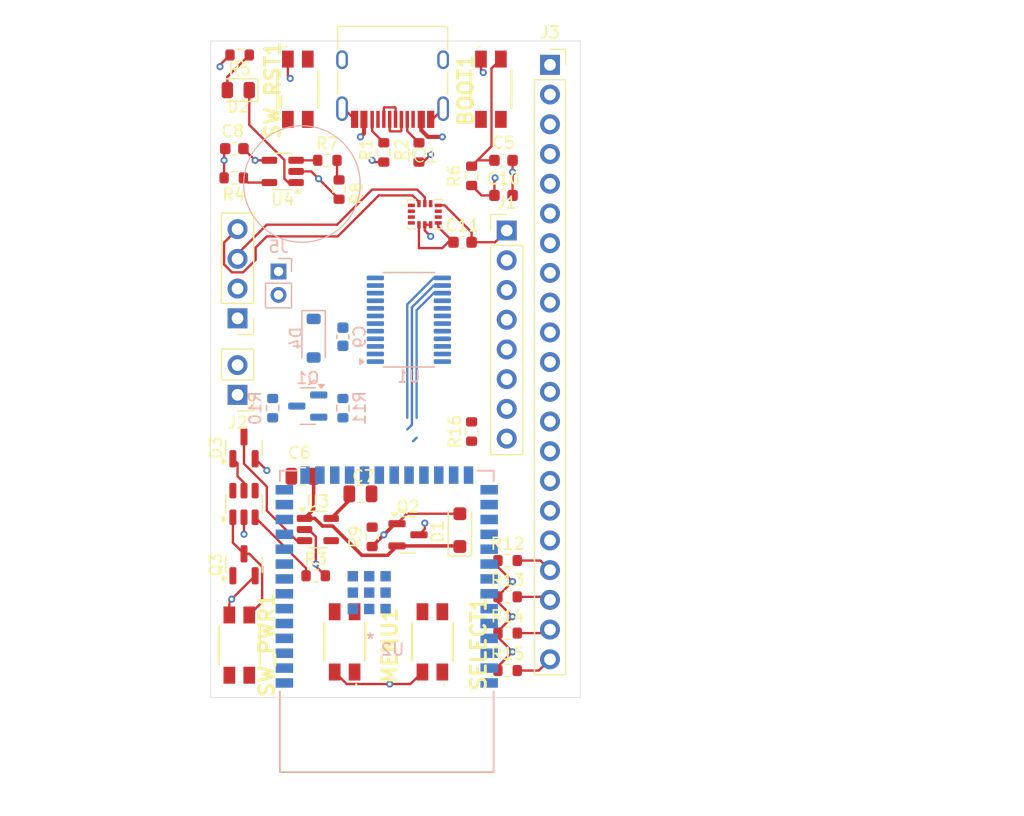
<source format=kicad_pcb>
(kicad_pcb (version 20241229) (generator "pcbnew") (generator_version "9.0")
  (layers (0 "F.Cu" signal) (4 "In1.Cu" signal) (6 "In2.Cu" signal) (2 "B.Cu" signal) (13 "F.Paste" user) (15 "B.Paste" user) (5 "F.SilkS" user "F.Silkscreen") (7 "B.SilkS" user "B.Silkscreen") (1 "F.Mask" user) (3 "B.Mask" user) (25 "Edge.Cuts" user))
  (net 0 "")
  (net 1 "GND")
  (net 2 "EN")
  (net 3 "VIN")
  (net 4 "+3V3")
  (net 5 "VBUS")
  (net 6 "MotorGND")
  (net 7 "Net-(D2-K)")
  (net 8 "Net-(D2-A)")
  (net 9 "Net-(U3-EN)")
  (net 10 "LDO_EN")
  (net 11 "GP34")
  (net 12 "SCL")
  (net 15 "GP33")
  (net 19 "SDA")
  (net 20 "ROW_3")
  (net 21 "COL_11")
  (net 22 "COL_9")
  (net 23 "COL_0")
  (net 24 "COL_2")
  (net 25 "COL_4")
  (net 26 "COL_1")
  (net 27 "COL_13")
  (net 28 "ROW_1")
  (net 29 "COL_6")
  (net 30 "COL_10")
  (net 31 "COL_5")
  (net 32 "COL_8")
  (net 33 "ROW_2")
  (net 34 "ROW_0")
  (net 35 "COL_12")
  (net 36 "COL_7")
  (net 37 "COL_3")
  (net 38 "COL_14")
  (net 41 "D-")
  (net 42 "Net-(J4-CC1)")
  (net 43 "D+")
  (net 44 "Net-(J4-CC2)")
  (net 45 "SPI_SCK")
  (net 46 "SPI_MOSI")
  (net 47 "CS")
  (net 48 "SPI_MISO")
  (net 49 "ADC_BAT")
  (net 50 "Net-(MAX1-In)")
  (net 52 "Net-(MAX1-CLEAR)")
  (net 53 "VBAT")
  (net 54 "Net-(Q1-G)")
  (net 55 "PWR_OFF")
  (net 56 "Net-(U4-PROG)")
  (net 57 "MOT_SIG")
  (net 58 "S3")
  (net 59 "GP16_E")
  (net 61 "S0")
  (net 62 "S2")
  (net 63 "S1")
  (net 65 "MENU")
  (net 66 "100")
  (net 67 "SELECT")
  (net 70 "RX")
  (net 77 "TX")
  (net 79 "Net-(J1-Pin_8)")
  (footprint "Resistor_SMD:R_0603_1608Metric" (layer "F.Cu") (at 154.575 110.4)
    (property "Reference" "R14")
    (property "Value" "10k" (hide yes))
  )
  (footprint "Diode_SMD:D_SOD-123F" (layer "F.Cu") (at 150.5 101.6 90)
    (property "Reference" "D1")
    (property "Value" "1N5819" (hide yes))
  )
  (footprint "OpenMuscleDevKit:EVQP2P02M" (layer "F.Cu") (at 148.15 111.15 180)
    (property "Reference" "SELECT1")
    (property "Value" "SW_Push" (hide yes))
  )
  (footprint "Package_TO_SOT_SMD:SOT-23-5" (layer "F.Cu") (at 138.3625 101.55)
    (property "Reference" "U3")
    (property "Value" "TPS7A03" (hide yes))
  )
  (footprint "OpenMuscleDevKit:EVQP2P02M" (layer "F.Cu") (at 140.65 111.15 180)
    (property "Reference" "MENU1")
    (property "Value" "SW_Push" (hide yes))
  )
  (footprint "Resistor_SMD:R_0603_1608Metric" (layer "F.Cu") (at 131.675 61)
    (property "Reference" "R5")
    (property "Value" "150" (hide yes))
  )
  (footprint "Capacitor_SMD:C_0603_1608Metric" (layer "F.Cu") (at 150.725 77)
    (property "Reference" "C11")
    (property "Value" "2.2 uF" (hide yes))
  )
  (footprint "Connector_PinHeader_2.54mm:PinHeader_1x08_P2.54mm_Vertical" (layer "F.Cu") (at 154.5 76)
    (property "Reference" "J1")
    (property "Value" "Conn_01x08_Pin" (hide yes))
  )
  (footprint "Resistor_SMD:R_0603_1608Metric" (layer "F.Cu") (at 147 69.325 -90)
    (property "Reference" "R2")
    (property "Value" "5.1K" (hide yes))
  )
  (footprint "Package_TO_SOT_SMD:SOT-23" (layer "F.Cu") (at 132.05 104.5625 90)
    (property "Reference" "Q3")
    (property "Value" "IRLML2060" (hide yes))
  )
  (footprint "Resistor_SMD:R_0603_1608Metric" (layer "F.Cu") (at 131.175 71.5 180)
    (property "Reference" "R4")
    (property "Value" "2k" (hide yes))
  )
  (footprint "Package_TO_SOT_SMD:SOT-23-6" (layer "F.Cu") (at 132.05 99.3625 90)
    (property "Reference" "MAX1" (hide yes))
    (property "Value" "~")
  )
  (footprint "Resistor_SMD:R_0603_1608Metric" (layer "F.Cu") (at 151.5 93.175 90)
    (property "Reference" "R16")
    (property "Value" "10k" (hide yes))
  )
  (footprint "OpenMuscleDevKit:EVQP2P02M" (layer "F.Cu") (at 153.15 63.925)
    (property "Reference" "BOOT1")
    (property "Value" "SW_Push" (hide yes))
  )
  (footprint "Connector_PinSocket_2.54mm:PinSocket_1x21_P2.54mm_Vertical" (layer "F.Cu") (at 158.2 61.84)
    (property "Reference" "J3")
    (property "Value" "Conn_01x21_Pin" (hide yes))
  )
  (footprint "Package_TO_SOT_SMD:SOT-23" (layer "F.Cu") (at 146.0625 102)
    (property "Reference" "Q2")
    (property "Value" "VP0610T" (hide yes))
  )
  (footprint "Resistor_SMD:R_0603_1608Metric" (layer "F.Cu") (at 144 69.325 -90)
    (property "Reference" "R1")
    (property "Value" "5.1K" (hide yes))
  )
  (footprint "OpenMuscleDevKit:EVQP2P02M" (layer "F.Cu") (at 131.65 111.425)
    (property "Reference" "SW_PWR1")
    (property "Value" "SW_Push" (hide yes))
  )
  (footprint "Capacitor_SMD:C_0603_1608Metric" (layer "F.Cu") (at 154.225 73)
    (property "Reference" "C10")
    (property "Value" "0.1 uF" (hide yes))
  )
  (footprint "LED_SMD:LED_0805_2012Metric" (layer "F.Cu") (at 131.5625 64 180)
    (property "Reference" "D2")
    (property "Value" "CHRG LED" (hide yes))
  )
  (footprint "Resistor_SMD:R_0603_1608Metric" (layer "F.Cu") (at 140.175 72.5 -90)
    (property "Reference" "R8")
    (property "Value" "100k" (hide yes))
  )
  (footprint "Capacitor_SMD:C_0603_1608Metric" (layer "F.Cu") (at 131.225 69)
    (property "Reference" "C8")
    (property "Value" "2.2 uF" (hide yes))
  )
  (footprint "Connector_PinHeader_2.54mm:PinHeader_1x02_P2.54mm_Vertical" (layer "F.Cu") (at 131.5 90.04 180)
    (property "Reference" "J2")
    (property "Value" "BAT Terminal" (hide yes))
  )
  (footprint "Resistor_SMD:R_0603_1608Metric" (layer "F.Cu") (at 138.175 105.5)
    (property "Reference" "R3")
    (property "Value" "1K" (hide yes))
  )
  (footprint "Capacitor_SMD:C_0805_2012Metric" (layer "F.Cu") (at 142 98.5)
    (property "Reference" "C7")
    (property "Value" "4.7uF" (hide yes))
  )
  (footprint "Connector_PinHeader_2.54mm:PinHeader_1x04_P2.54mm_Vertical" (layer "F.Cu") (at 131.5 83.5 180)
    (property "Reference" "SCRN1" (hide yes))
    (property "Value" "Conn_01x04" (hide yes))
  )
  (footprint "Package_TO_SOT_SMD:TSOT-23-5" (layer "F.Cu") (at 135.3625 70.95 180)
    (property "Reference" "U4")
    (property "Value" "LTC4054ES5-4.2" (hide yes))
  )
  (footprint "OpenMuscleDevKit:EVQP2P02M" (layer "F.Cu") (at 136.65 63.925)
    (property "Reference" "SW_RST1")
    (property "Value" "SW_Push" (hide yes))
  )
  (footprint "ICM-42688-P:IIM42352" (layer "F.Cu") (at 147.5 74.6)
    (property "Reference" "IC1")
    (property "Value" "ICM-42688-P")
  )
  (footprint "Connector_USB:USB_C_Receptacle_HRO_TYPE-C-31-M-12" (layer "F.Cu") (at 144.75 62.455 180)
    (property "Reference" "J4" (hide yes))
    (property "Value" "USB_C_Receptacle")
  )
  (footprint "Capacitor_SMD:C_0603_1608Metric" (layer "F.Cu") (at 154.225 70 180)
    (property "Reference" "C5")
    (property "Value" "100 nF" (hide yes))
  )
  (footprint "Resistor_SMD:R_0603_1608Metric" (layer "F.Cu") (at 139.175 70)
    (property "Reference" "R7")
    (property "Value" "100k" (hide yes))
  )
  (footprint "Capacitor_SMD:C_0805_2012Metric" (layer "F.Cu") (at 137.05 97 180)
    (property "Reference" "C6")
    (property "Value" "4.7uF" (hide yes))
  )
  (footprint "Resistor_SMD:R_0603_1608Metric" (layer "F.Cu") (at 154.575 113.6)
    (property "Reference" "R15")
    (property "Value" "10k" (hide yes))
  )
  (footprint "Resistor_SMD:R_0603_1608Metric" (layer "F.Cu") (at 154.575 104.2)
    (property "Reference" "R12")
    (property "Value" "10k" (hide yes))
  )
  (footprint "Resistor_SMD:R_0603_1608Metric" (layer "F.Cu") (at 151.5 71.325 90)
    (property "Reference" "R6")
    (property "Value" "5.1K" (hide yes))
  )
  (footprint "Resistor_SMD:R_0603_1608Metric" (layer "F.Cu") (at 154.575 107.3)
    (property "Reference" "R13")
    (property "Value" "10k" (hide yes))
  )
  (footprint "Package_TO_SOT_SMD:SOT-23" (layer "F.Cu") (at 132.05 94.5625 90)
    (property "Reference" "D3")
    (property "Value" "BAT54C" (hide yes))
  )
  (footprint "Resistor_SMD:R_0603_1608Metric" (layer "F.Cu") (at 143 102.175 90)
    (property "Reference" "R9")
    (property "Value" "100k" (hide yes))
  )
  (footprint "Package_SO:TSSOP-24_4.4x7.8mm_P0.65mm" (layer "B.Cu") (at 146.1375 83.625)
    (property "Reference" "U1")
    (property "Value" "CD74HC4067M")
  )
  (footprint "Package_TO_SOT_SMD:SOT-23" (layer "B.Cu") (at 137.5 91 180)
    (property "Reference" "Q1")
    (property "Value" "IRLML2060" (hide yes))
  )
  (footprint "footprints:ESP32-S3-WROOM-1-N16R8" (layer "B.Cu") (at 144.25 109.4)
    (property "Reference" "U2")
    (property "Value" "ESP32-S3-WROOM-1-N16R8" (hide yes))
  )
  (footprint "Connector_PinHeader_2.00mm:PinHeader_1x02_P2.00mm_Vertical" (layer "B.Cu") (at 135 79.5 180)
    (property "Reference" "J5")
    (property "Value" "Conn_01x02" (hide yes))
  )
  (footprint "Resistor_SMD:R_0603_1608Metric" (layer "B.Cu") (at 134.5 91.175 -90)
    (property "Reference" "R10")
    (property "Value" "10k" (hide yes))
  )
  (footprint "Capacitor_SMD:C_0603_1608Metric" (layer "B.Cu") (at 140.5 85.075 90)
    (property "Reference" "C9")
    (property "Value" "100 uF" (hide yes))
  )
  (footprint "Resistor_SMD:R_0603_1608Metric" (layer "B.Cu") (at 140.5 91.175 90)
    (property "Reference" "R11")
    (property "Value" "10k" (hide yes))
  )
  (footprint "Diode_SMD:D_SOD-123" (layer "B.Cu") (at 138 85.2 -90)
    (property "Reference" "D4")
    (property "Value" "1N4007" (hide yes))
  )
  (gr_circle (center 137 72.023053) (end 132.4 73.923053) (stroke (width 0.1)) (fill no) (layer "B.SilkS"))
  (gr_rect (start 129.2 59.8) (end 160.8 115.9) (stroke (width 0.05)) (fill no) (layer "Edge.Cuts"))
  (segment (start 130.35 69.1) (end 130.45 69) (width 0.2) (layer "F.Cu") (net 1))
  (segment (start 153.75 107.3) (end 153.75 107.75) (width 0.2) (layer "F.Cu") (net 1))
  (segment (start 148.155 66.5) (end 149.07 65.585) (width 0.2) (layer "F.Cu") (net 1))
  (segment (start 138.425 71.575) (end 140.175 73.325) (width 0.2) (layer "F.Cu") (net 1))
  (segment (start 138.1885 104.6885) (end 139 105.5) (width 0.2) (layer "F.Cu") (net 1))
  (segment (start 148.65 73.85) (end 149.202 73.85) (width 0.2) (layer "F.Cu") (net 1))
  (segment (start 153.75 104.75) (end 155 106) (width 0.2) (layer "F.Cu") (net 1))
  (segment (start 153.75 113.25) (end 153.75 113.6) (width 0.2) (layer "F.Cu") (net 1))
  (segment (start 137.225 101.55) (end 137.579468 101.55) (width 0.2) (layer "F.Cu") (net 1))
  (segment (start 151.5 76.148) (end 151.5 77) (width 0.2) (layer "F.Cu") (net 1))
  (segment (start 137.8 70.95) (end 138.425 71.575) (width 0.2) (layer "F.Cu") (net 1))
  (segment (start 155 106) (end 153.75 107.25) (width 0.2) (layer "F.Cu") (net 1))
  (segment (start 153.75 107.75) (end 155 109) (width 0.2) (layer "F.Cu") (net 1))
  (segment (start 136.5 70.95) (end 137.8 70.95) (width 0.2) (layer "F.Cu") (net 1))
  (segment (start 152.3 62.3) (end 152.5 62.5) (width 0.2) (layer "F.Cu") (net 1))
  (segment (start 132.05 100.5) (end 132.05 101.95) (width 0.2) (layer "F.Cu") (net 1))
  (segment (start 153.75 107.25) (end 153.75 107.3) (width 0.2) (layer "F.Cu") (net 1))
  (segment (start 140.826 114.751) (end 139.8 113.725) (width 0.2) (layer "F.Cu") (net 1))
  (segment (start 144 70.15) (end 143.15 70.15) (width 0.2) (layer "F.Cu") (net 1))
  (segment (start 135.8 61.35) (end 135.8 62.8) (width 0.2) (layer "F.Cu") (net 1))
  (segment (start 147.35 70.15) (end 148 69.5) (width 0.2) (layer "F.Cu") (net 1))
  (segment (start 153.75 110.25) (end 153.75 110.4) (width 0.2) (layer "F.Cu") (net 1))
  (segment (start 153.75 110.75) (end 155 112) (width 0.2) (layer "F.Cu") (net 1))
  (segment (start 155 109) (end 153.75 110.25) (width 0.2) (layer "F.Cu") (net 1))
  (segment (start 138.1885 104.5) (end 138.1885 104.6885) (width 0.2) (layer "F.Cu") (net 1))
  (segment (start 147.5 75.5) (end 147.5 76) (width 0.2) (layer "F.Cu") (net 1))
  (segment (start 152.3 61.35) (end 152.3 62.3) (width 0.2) (layer "F.Cu") (net 1))
  (segment (start 146.274 114.751) (end 144.5 114.751) (width 0.2) (layer "F.Cu") (net 1))
  (segment (start 130.35 70) (end 130.35 69.1) (width 0.2) (layer "F.Cu") (net 1))
  (segment (start 148 66.5) (end 148.155 66.5) (width 0.2) (layer "F.Cu") (net 1))
  (segment (start 153.75 110.4) (end 153.75 110.75) (width 0.2) (layer "F.Cu") (net 1))
  (segment (start 130.35 71.5) (end 130.35 70) (width 0.2) (layer "F.Cu") (net 1))
  (segment (start 130.8 107.7) (end 131 107.5) (width 0.2) (layer "F.Cu") (net 1))
  (segment (start 135.8 62.8) (end 136 63) (width 0.2) (layer "F.Cu") (net 1))
  (segment (start 144.5 114.751) (end 140.826 114.751) (width 0.2) (layer "F.Cu") (net 1))
  (segment (start 148 75.5) (end 147.5 75.5) (width 0.2) (layer "F.Cu") (net 1))
  (segment (start 140.585 65.585) (end 141.5 66.5) (width 0.2) (layer "F.Cu") (net 1))
  (segment (start 155 71) (end 155 73) (width 0.2) (layer "F.Cu") (net 1))
  (segment (start 138.1885 102.159032) (end 138.1885 104.5) (width 0.2) (layer "F.Cu") (net 1))
  (segment (start 155 70) (end 155 71) (width 0.2) (layer "F.Cu") (net 1))
  (segment (start 153.75 104.2) (end 153.75 104.75) (width 0.2) (layer "F.Cu") (net 1))
  (segment (start 155 112) (end 153.75 113.25) (width 0.2) (layer "F.Cu") (net 1))
  (segment (start 149.202 73.85) (end 151.5 76.148) (width 0.2) (layer "F.Cu") (net 1))
  (segment (start 151.5 77) (end 153.5 77) (width 0.2) (layer "F.Cu") (net 1))
  (segment (start 137.579468 101.55) (end 138.1885 102.159032) (width 0.2) (layer "F.Cu") (net 1))
  (segment (start 143.15 70.15) (end 143 70) (width 0.2) (layer "F.Cu") (net 1))
  (segment (start 140.43 65.585) (end 140.585 65.585) (width 0.2) (layer "F.Cu") (net 1))
  (segment (start 153.5 77) (end 154.5 76) (width 0.2) (layer "F.Cu") (net 1))
  (segment (start 147.5 76) (end 148 76.5) (width 0.2) (layer "F.Cu") (net 1))
  (segment (start 131 107.5) (end 133 105.5) (width 0.2) (layer "F.Cu") (net 1))
  (segment (start 130.8 108.85) (end 130.8 107.7) (width 0.2) (layer "F.Cu") (net 1))
  (segment (start 147.3 113.725) (end 146.274 114.751) (width 0.2) (layer "F.Cu") (net 1))
  (via (at 148 76.5) (size 0.6) (drill 0.3) (layers "F.Cu" "B.Cu") (net 1))
  (via (at 155 106) (size 0.6) (drill 0.3) (layers "F.Cu" "B.Cu") (net 1))
  (via (at 155 71) (size 0.6) (drill 0.3) (layers "F.Cu" "B.Cu") (net 1))
  (via (at 144.5 114.751) (size 0.6) (drill 0.3) (layers "F.Cu" "B.Cu") (net 1))
  (via (at 138.1885 104.5) (size 0.6) (drill 0.3) (layers "F.Cu" "B.Cu") (net 1))
  (via (at 143 70) (size 0.6) (drill 0.3) (layers "F.Cu" "B.Cu") (net 1))
  (via (at 132.05 101.95) (size 0.6) (drill 0.3) (layers "F.Cu" "B.Cu") (net 1))
  (via (at 130.35 70) (size 0.6) (drill 0.3) (layers "F.Cu" "B.Cu") (net 1))
  (via (at 155 109) (size 0.6) (drill 0.3) (layers "F.Cu" "B.Cu") (net 1))
  (via (at 155 112) (size 0.6) (drill 0.3) (layers "F.Cu" "B.Cu") (net 1))
  (via (at 148 69.5) (size 0.6) (drill 0.3) (layers "F.Cu" "B.Cu") (net 1))
  (via (at 152.5 62.5) (size 0.6) (drill 0.3) (layers "F.Cu" "B.Cu") (net 1))
  (via (at 131 107.5) (size 0.6) (drill 0.3) (layers "F.Cu" "B.Cu") (net 1))
  (via (at 138.425 71.575) (size 0.6) (drill 0.3) (layers "F.Cu" "B.Cu") (net 1))
  (via (at 136 63) (size 0.6) (drill 0.3) (layers "F.Cu" "B.Cu") (net 1))
  (segment (start 151.5 70.5) (end 152 70) (width 0.2) (layer "F.Cu") (net 2))
  (segment (start 152 70) (end 153.45 70) (width 0.2) (layer "F.Cu") (net 2))
  (segment (start 152 70) (end 153.199 68.801) (width 0.2) (layer "F.Cu") (net 2))
  (segment (start 153.199 68.801) (end 153.199 62.151) (width 0.2) (layer "F.Cu") (net 2))
  (segment (start 153.199 62.151) (end 154 61.35) (width 0.2) (layer "F.Cu") (net 2))
  (segment (start 138 99.825) (end 137.225 100.6) (width 0.3) (layer "F.Cu") (net 3))
  (segment (start 138.1 100.6) (end 137.225 100.6) (width 0.3) (layer "F.Cu") (net 3))
  (segment (start 142.126178 103.751) (end 139.626178 101.251) (width 0.3) (layer "F.Cu") (net 3))
  (segment (start 145.125 102.95) (end 144.324 103.751) (width 0.3) (layer "F.Cu") (net 3))
  (segment (start 144.324 103.751) (end 142.126178 103.751) (width 0.3) (layer "F.Cu") (net 3))
  (segment (start 138 97) (end 138 99.825) (width 0.3) (layer "F.Cu") (net 3))
  (segment (start 145.125 102.95) (end 150.45 102.95) (width 0.3) (layer "F.Cu") (net 3))
  (segment (start 138.751 101.251) (end 138.1 100.6) (width 0.3) (layer "F.Cu") (net 3))
  (segment (start 150.45 102.95) (end 150.5 103) (width 0.2) (layer "F.Cu") (net 3))
  (segment (start 139.626178 101.251) (end 138.751 101.251) (width 0.3) (layer "F.Cu") (net 3))
  (segment (start 149.95 77) (end 148.65 75.7) (width 0.2) (layer "F.Cu") (net 4))
  (segment (start 152.35 73) (end 151.5 72.15) (width 0.2) (layer "F.Cu") (net 4))
  (segment (start 149.95 77) (end 149.5 77) (width 0.2) (layer "F.Cu") (net 4))
  (segment (start 149 77.5) (end 147 77.5) (width 0.2) (layer "F.Cu") (net 4))
  (segment (start 153.45 71.55) (end 153.5 71.5) (width 0.2) (layer "F.Cu") (net 4))
  (segment (start 147 77.5) (end 147 75.5) (width 0.2) (layer "F.Cu") (net 4))
  (segment (start 139.5 100.6) (end 141.05 99.05) (width 0.3) (layer "F.Cu") (net 4))
  (segment (start 153.45 73) (end 153.45 71.55) (width 0.2) (layer "F.Cu") (net 4))
  (segment (start 148.65 75.7) (end 148.65 75.35) (width 0.2) (layer "F.Cu") (net 4))
  (segment (start 149.5 77) (end 149 77.5) (width 0.2) (layer "F.Cu") (net 4))
  (segment (start 141.05 99.05) (end 141.05 98.5) (width 0.2) (layer "F.Cu") (net 4))
  (segment (start 153.45 73) (end 152.35 73) (width 0.2) (layer "F.Cu") (net 4))
  (via (at 153.5 71.5) (size 0.6) (drill 0.3) (layers "F.Cu" "B.Cu") (net 4))
  (segment (start 150.5 100.2) (end 145.975 100.2) (width 0.2) (layer "F.Cu") (net 5))
  (segment (start 133 70) (end 132 69) (width 0.2) (layer "F.Cu") (net 5))
  (segment (start 142.3 67.7) (end 142 68) (width 0.35) (layer "F.Cu") (net 5))
  (segment (start 144.95 101.05) (end 145.125 101.05) (width 0.3) (layer "F.Cu") (net 5))
  (segment (start 130.85 61) (end 130 61.85) (width 0.2) (layer "F.Cu") (net 5))
  (segment (start 147.2 67.425) (end 147.775 68) (width 0.35) (layer "F.Cu") (net 5))
  (segment (start 143 103) (end 143.175 103) (width 0.2) (layer "F.Cu") (net 5))
  (segment (start 134.225 70) (end 133 70) (width 0.2) (layer "F.Cu") (net 5))
  (segment (start 130 61.85) (end 130 62) (width 0.2) (layer "F.Cu") (net 5))
  (segment (start 143.175 102.825) (end 144.95 101.05) (width 0.3) (layer "F.Cu") (net 5))
  (segment (start 142.3 66.5) (end 142.3 67.7) (width 0.35) (layer "F.Cu") (net 5))
  (segment (start 147.775 68) (end 149 68) (width 0.35) (layer "F.Cu") (net 5))
  (segment (start 143.175 103) (end 143.175 102.825) (width 0.3) (layer "F.Cu") (net 5))
  (segment (start 133 95.5) (end 134 96.5) (width 0.2) (layer "F.Cu") (net 5))
  (segment (start 145.975 100.2) (end 145.125 101.05) (width 0.2) (layer "F.Cu") (net 5))
  (segment (start 147.2 66.5) (end 147.2 67.425) (width 0.35) (layer "F.Cu") (net 5))
  (via (at 130 62) (size 0.6) (drill 0.3) (layers "F.Cu" "B.Cu") (net 5))
  (via (at 134 96.5) (size 0.6) (drill 0.3) (layers "F.Cu" "B.Cu") (net 5))
  (via (at 149 68) (size 0.6) (drill 0.3) (layers "F.Cu" "B.Cu") (net 5))
  (via (at 142 68) (size 0.6) (drill 0.3) (layers "F.Cu" "B.Cu") (net 5))
  (via (at 144 102) (size 0.6) (drill 0.3) (layers "F.Cu" "B.Cu") (net 5))
  (via (at 133 70) (size 0.6) (drill 0.3) (layers "F.Cu" "B.Cu") (net 5))
  (segment (start 135.837501 71.9) (end 136.5 71.9) (width 0.2) (layer "F.Cu") (net 7))
  (segment (start 132.5 64) (end 132.5 66.970532) (width 0.2) (layer "F.Cu") (net 7))
  (segment (start 135.5 71.562499) (end 135.837501 71.9) (width 0.2) (layer "F.Cu") (net 7))
  (segment (start 135.5 69.970532) (end 135.5 71.562499) (width 0.2) (layer "F.Cu") (net 7))
  (segment (start 132.5 66.970532) (end 135.5 69.970532) (width 0.2) (layer "F.Cu") (net 7))
  (segment (start 130.625 62.875) (end 132.5 61) (width 0.2) (layer "F.Cu") (net 8))
  (segment (start 130.625 64) (end 130.625 62.875) (width 0.2) (layer "F.Cu") (net 8))
  (segment (start 134 97.879468) (end 132.05 95.929468) (width 0.2) (layer "F.Cu") (net 9))
  (segment (start 134 99.937499) (end 134 97.879468) (width 0.2) (layer "F.Cu") (net 9))
  (segment (start 137.225 102.5) (end 136.562501 102.5) (width 0.2) (layer "F.Cu") (net 9))
  (segment (start 132.05 95.929468) (end 132.05 93.625) (width 0.2) (layer "F.Cu") (net 9))
  (segment (start 136.562501 102.5) (end 134 99.937499) (width 0.2) (layer "F.Cu") (net 9))
  (segment (start 132.05 98.225) (end 132.05 97.55) (width 0.2) (layer "F.Cu") (net 10))
  (segment (start 132.05 97.55) (end 131.5 97) (width 0.2) (layer "F.Cu") (net 10))
  (segment (start 131.5 97) (end 131.5 95.9) (width 0.2) (layer "F.Cu") (net 10))
  (segment (start 131.5 95.9) (end 131.1 95.5) (width 0.2) (layer "F.Cu") (net 10))
  (segment (start 134 75.5) (end 131.5 78) (width 0.2) (layer "F.Cu") (net 12))
  (segment (start 143 72.5) (end 140 75.5) (width 0.2) (layer "F.Cu") (net 12))
  (segment (start 140 75.5) (end 134 75.5) (width 0.2) (layer "F.Cu") (net 12))
  (segment (start 147.5 73.7) (end 147.5 73.148) (width 0.2) (layer "F.Cu") (net 12))
  (segment (start 147.5 73.148) (end 146.852 72.5) (width 0.2) (layer "F.Cu") (net 12))
  (segment (start 131.5 78) (end 131.5 78.42) (width 0.2) (layer "F.Cu") (net 12))
  (segment (start 146.852 72.5) (end 143 72.5) (width 0.2) (layer "F.Cu") (net 12))
  (segment (start 147 73.55) (end 146.45 73) (width 0.2) (layer "F.Cu") (net 19))
  (segment (start 143.5671 73) (end 140.0671 76.5) (width 0.2) (layer "F.Cu") (net 19))
  (segment (start 133.04776 78.5) (end 131.97676 79.571) (width 0.2) (layer "F.Cu") (net 19))
  (segment (start 130.349 78.89676) (end 130.349 77.031) (width 0.2) (layer "F.Cu") (net 19))
  (segment (start 133.04776 77.45224) (end 133.04776 78.5) (width 0.2) (layer "F.Cu") (net 19))
  (segment (start 130.349 77.031) (end 131.5 75.88) (width 0.2) (layer "F.Cu") (net 19))
  (segment (start 146.45 73) (end 143.5671 73) (width 0.2) (layer "F.Cu") (net 19))
  (segment (start 131.02324 79.571) (end 130.349 78.89676) (width 0.2) (layer "F.Cu") (net 19))
  (segment (start 140.0671 76.5) (end 134 76.5) (width 0.2) (layer "F.Cu") (net 19))
  (segment (start 134 76.5) (end 133.04776 77.45224) (width 0.2) (layer "F.Cu") (net 19))
  (segment (start 147 73.7) (end 147 73.55) (width 0.2) (layer "F.Cu") (net 19))
  (segment (start 131.97676 79.571) (end 131.02324 79.571) (width 0.2) (layer "F.Cu") (net 19))
  (segment (start 155.4 113.6) (end 157.24 113.6) (width 0.2) (layer "F.Cu") (net 20))
  (segment (start 157.24 113.6) (end 158.2 112.64) (width 0.2) (layer "F.Cu") (net 20))
  (segment (start 157.94 107.3) (end 158.2 107.56) (width 0.2) (layer "F.Cu") (net 28))
  (segment (start 155.4 107.3) (end 157.94 107.3) (width 0.2) (layer "F.Cu") (net 28))
  (segment (start 157.9 110.4) (end 158.2 110.1) (width 0.2) (layer "F.Cu") (net 33))
  (segment (start 155.4 110.4) (end 157.9 110.4) (width 0.2) (layer "F.Cu") (net 33))
  (segment (start 157.38 104.2) (end 158.2 105.02) (width 0.2) (layer "F.Cu") (net 34))
  (segment (start 155.4 104.2) (end 157.38 104.2) (width 0.2) (layer "F.Cu") (net 34))
  (segment (start 145.5 67.477) (end 145.5 66.5) (width 0.2) (layer "F.Cu") (net 41))
  (segment (start 144.549 67.526) (end 145.451 67.526) (width 0.2) (layer "F.Cu") (net 41))
  (segment (start 144.5 66.5) (end 144.5 67.477) (width 0.2) (layer "F.Cu") (net 41))
  (segment (start 145.451 67.526) (end 145.5 67.477) (width 0.2) (layer "F.Cu") (net 41))
  (segment (start 144.5 67.477) (end 144.549 67.526) (width 0.2) (layer "F.Cu") (net 41))
  (segment (start 146 67.5) (end 147 68.5) (width 0.2) (layer "F.Cu") (net 42))
  (segment (start 146 66.5) (end 146 67.5) (width 0.2) (layer "F.Cu") (net 42))
  (segment (start 145 65.523) (end 145 66.5) (width 0.2) (layer "F.Cu") (net 43))
  (segment (start 144.049 65.474) (end 144.951 65.474) (width 0.2) (layer "F.Cu") (net 43))
  (segment (start 144 65.523) (end 144.049 65.474) (width 0.2) (layer "F.Cu") (net 43))
  (segment (start 144.951 65.474) (end 145 65.523) (width 0.2) (layer "F.Cu") (net 43))
  (segment (start 144 66.5) (end 144 65.523) (width 0.2) (layer "F.Cu") (net 43))
  (segment (start 144 68.5) (end 143 67.5) (width 0.2) (layer "F.Cu") (net 44))
  (segment (start 143 67.5) (end 143 66.5) (width 0.2) (layer "F.Cu") (net 44))
  (segment (start 140 71.5) (end 140.175 71.675) (width 0.2) (layer "F.Cu") (net 49))
  (segment (start 140 70) (end 140 71.5) (width 0.2) (layer "F.Cu") (net 49))
  (segment (start 133.601 107.749) (end 133.601 104.721532) (width 0.2) (layer "F.Cu") (net 50))
  (segment (start 133.601 104.721532) (end 132.504468 103.625) (width 0.2) (layer "F.Cu") (net 50))
  (segment (start 131.1 102.675) (end 131.1 100.5) (width 0.2) (layer "F.Cu") (net 50))
  (segment (start 132.504468 103.625) (end 132.05 103.625) (width 0.2) (layer "F.Cu") (net 50))
  (segment (start 132.5 108.85) (end 133.601 107.749) (width 0.2) (layer "F.Cu") (net 50))
  (segment (start 132.05 103.625) (end 131.1 102.675) (width 0.2) (layer "F.Cu") (net 50))
  (segment (start 133 100.5) (end 137.35 104.85) (width 0.2) (layer "F.Cu") (net 52))
  (segment (start 137.35 104.85) (end 137.35 105.5) (width 0.2) (layer "F.Cu") (net 52))
  (segment (start 138.35 70) (end 136.5 70) (width 0.2) (layer "F.Cu") (net 53))
  (segment (start 147 102) (end 147.5 101.5) (width 0.2) (layer "F.Cu") (net 53))
  (segment (start 147.5 101.5) (end 147.5 101) (width 0.2) (layer "F.Cu") (net 53))
  (via (at 147.5 101) (size 0.6) (drill 0.3) (layers "F.Cu" "B.Cu") (net 53))
  (segment (start 134.225 71.9) (end 132.4 71.9) (width 0.2) (layer "F.Cu") (net 56))
  (segment (start 132.4 71.9) (end 132 71.5) (width 0.2) (layer "F.Cu") (net 56))
  (segment (start 148.262501 80.05) (end 146 82.312501) (width 0.2) (layer "B.Cu") (net 58))
  (segment (start 149 80.05) (end 148.262501 80.05) (width 0.2) (layer "B.Cu") (net 58))
  (segment (start 146 82.312501) (end 146 92) (width 0.2) (layer "B.Cu") (net 58))
  (segment (start 146.802 82.810501) (end 146.802 92) (width 0.2) (layer "B.Cu") (net 59))
  (segment (start 146.802 93.698) (end 146.5 94) (width 0.2) (layer "B.Cu") (net 59))
  (segment (start 148.262501 81.35) (end 146.802 82.810501) (width 0.2) (layer "B.Cu") (net 59))
  (segment (start 149 81.35) (end 148.262501 81.35) (width 0.2) (layer "B.Cu") (net 59))
  (segment (start 146.401 92.599) (end 146 93) (width 0.2) (layer "B.Cu") (net 62))
  (segment (start 146.401 82.561501) (end 146.401 92.599) (width 0.2) (layer "B.Cu") (net 62))
  (segment (start 148.262501 80.7) (end 146.401 82.561501) (width 0.2) (layer "B.Cu") (net 62))
  (segment (start 149 80.7) (end 148.262501 80.7) (width 0.2) (layer "B.Cu") (net 62))
)
</source>
